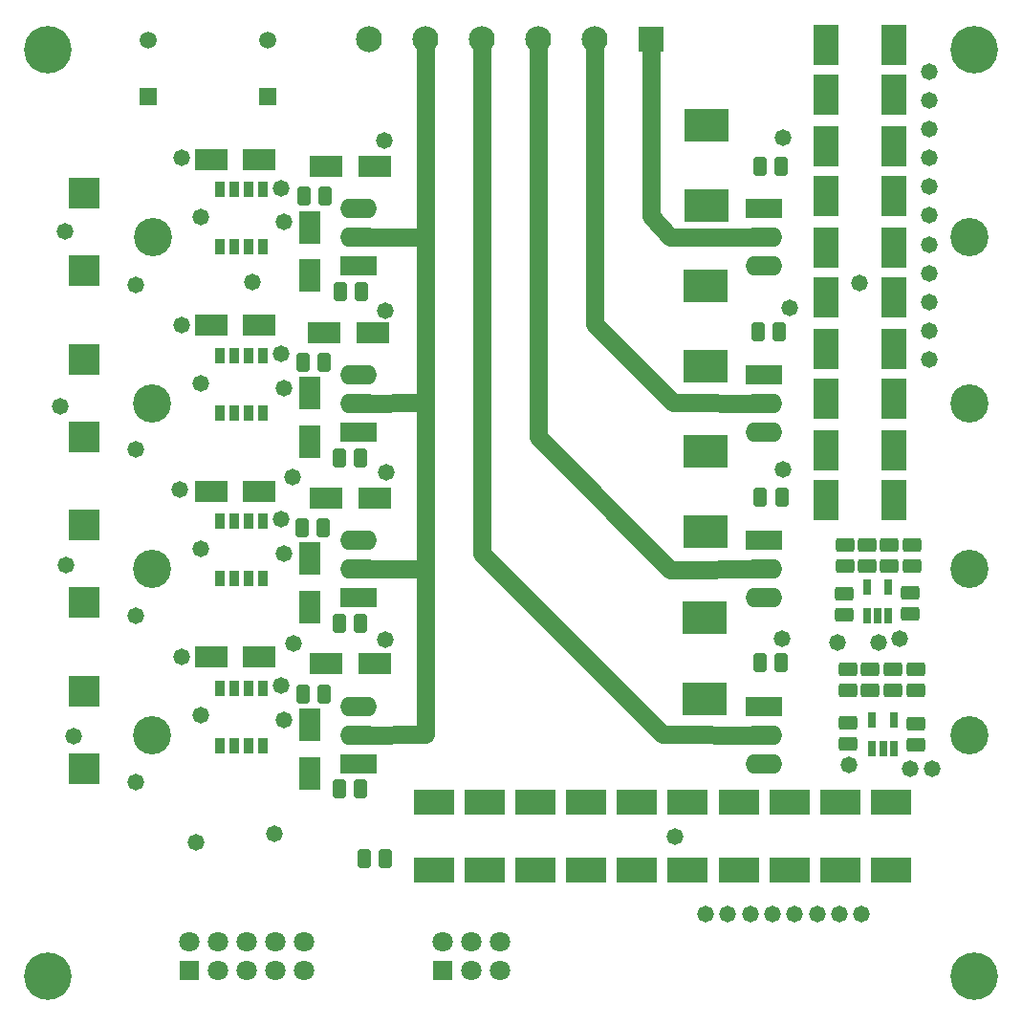
<source format=gts>
G04*
G04 #@! TF.GenerationSoftware,Altium Limited,Altium Designer,20.0.13 (296)*
G04*
G04 Layer_Color=8388736*
%FSLAX44Y44*%
%MOMM*%
G71*
G01*
G75*
%ADD16C,1.6000*%
G04:AMPARAMS|DCode=17|XSize=1.2032mm|YSize=1.6232mm|CornerRadius=0.2266mm|HoleSize=0mm|Usage=FLASHONLY|Rotation=0.000|XOffset=0mm|YOffset=0mm|HoleType=Round|Shape=RoundedRectangle|*
%AMROUNDEDRECTD17*
21,1,1.2032,1.1700,0,0,0.0*
21,1,0.7500,1.6232,0,0,0.0*
1,1,0.4532,0.3750,-0.5850*
1,1,0.4532,-0.3750,-0.5850*
1,1,0.4532,-0.3750,0.5850*
1,1,0.4532,0.3750,0.5850*
%
%ADD17ROUNDEDRECTD17*%
%ADD18R,0.7932X1.4132*%
%ADD19R,0.7940X1.4140*%
%ADD20R,3.6032X2.2032*%
G04:AMPARAMS|DCode=21|XSize=1.2032mm|YSize=1.6232mm|CornerRadius=0.2266mm|HoleSize=0mm|Usage=FLASHONLY|Rotation=90.000|XOffset=0mm|YOffset=0mm|HoleType=Round|Shape=RoundedRectangle|*
%AMROUNDEDRECTD21*
21,1,1.2032,1.1700,0,0,90.0*
21,1,0.7500,1.6232,0,0,90.0*
1,1,0.4532,0.5850,0.3750*
1,1,0.4532,0.5850,-0.3750*
1,1,0.4532,-0.5850,-0.3750*
1,1,0.4532,-0.5850,0.3750*
%
%ADD21ROUNDEDRECTD21*%
%ADD22R,2.2032X3.6032*%
%ADD23R,4.0132X2.9972*%
%ADD24R,2.8532X1.9532*%
%ADD25R,1.9532X2.8532*%
%ADD26R,2.7032X2.8032*%
%ADD27R,0.8382X1.4732*%
%ADD28C,3.3782*%
%ADD29O,3.2512X1.7272*%
%ADD30R,3.2512X1.7272*%
%ADD31C,1.8082*%
%ADD32R,1.8082X1.8082*%
%ADD33R,2.3032X2.3032*%
%ADD34C,2.3032*%
%ADD35R,1.5200X1.5200*%
%ADD36C,1.5200*%
%ADD37C,1.4732*%
%ADD38C,4.2032*%
D16*
X574000Y712838D02*
X591081Y694250D01*
X673840Y694100D01*
X315060Y693980D02*
X371750Y694000D01*
X314940Y547203D02*
X373500Y547750D01*
X314940Y400307D02*
X373500Y400500D01*
X314940Y253410D02*
X374250Y254000D01*
X374000Y869250D02*
X374250Y254000D01*
X424000Y414250D02*
Y869250D01*
Y414250D02*
X426750Y411500D01*
X584250Y253500D01*
X673840Y253410D01*
X591250Y399750D02*
X673840Y400307D01*
X474250Y517500D02*
X591250Y399750D01*
X474000Y869250D02*
X474250Y517500D01*
X524000Y617000D02*
Y869250D01*
Y617000D02*
X593500Y547750D01*
X673840Y547203D01*
X574000Y712838D02*
Y869250D01*
D17*
X689350Y317000D02*
D03*
X670650D02*
D03*
X689100Y757250D02*
D03*
X670400D02*
D03*
X687850Y610500D02*
D03*
X669150D02*
D03*
X338600Y143500D02*
D03*
X319900D02*
D03*
X689600Y464000D02*
D03*
X670900D02*
D03*
X284100Y289500D02*
D03*
X265400D02*
D03*
X283850Y436500D02*
D03*
X265150D02*
D03*
X284100Y583250D02*
D03*
X265400D02*
D03*
X285600Y730250D02*
D03*
X266900D02*
D03*
X316850Y205250D02*
D03*
X298150D02*
D03*
X316600Y352250D02*
D03*
X297900D02*
D03*
X316850Y499000D02*
D03*
X298150D02*
D03*
X317600Y646250D02*
D03*
X298900D02*
D03*
D18*
X770000Y266600D02*
D03*
X789000D02*
D03*
X765250Y384300D02*
D03*
X784250D02*
D03*
D19*
X789000Y241500D02*
D03*
X779500D02*
D03*
X770000D02*
D03*
X784250Y359200D02*
D03*
X774750D02*
D03*
X765250D02*
D03*
D20*
X381530Y193750D02*
D03*
Y133750D02*
D03*
X426500Y193750D02*
D03*
Y133750D02*
D03*
X471750Y193750D02*
D03*
Y133750D02*
D03*
X516750Y193750D02*
D03*
Y133750D02*
D03*
X561500Y193750D02*
D03*
Y133750D02*
D03*
X606500Y193750D02*
D03*
Y133750D02*
D03*
X651500Y193750D02*
D03*
Y133750D02*
D03*
X696500Y193750D02*
D03*
Y133750D02*
D03*
X741750Y193750D02*
D03*
Y133750D02*
D03*
X786750Y193750D02*
D03*
Y133750D02*
D03*
D21*
X808893Y263311D02*
D03*
Y244611D02*
D03*
X748050Y264176D02*
D03*
Y245476D02*
D03*
X808250Y292900D02*
D03*
Y311600D02*
D03*
X788250D02*
D03*
Y292900D02*
D03*
X768250D02*
D03*
Y311600D02*
D03*
X748250D02*
D03*
Y292900D02*
D03*
X803750Y379100D02*
D03*
Y360400D02*
D03*
X745250Y378350D02*
D03*
Y359650D02*
D03*
X805250Y403150D02*
D03*
Y421850D02*
D03*
X785250D02*
D03*
Y403150D02*
D03*
X765500D02*
D03*
Y421850D02*
D03*
X746250D02*
D03*
Y403150D02*
D03*
D22*
X789360Y864750D02*
D03*
X729360D02*
D03*
X789360Y820000D02*
D03*
X729360D02*
D03*
X789360Y775000D02*
D03*
X729360D02*
D03*
X789360Y730250D02*
D03*
X729360D02*
D03*
X789360Y685250D02*
D03*
X729360D02*
D03*
X789360Y640500D02*
D03*
X729360D02*
D03*
X789360Y595500D02*
D03*
X729360D02*
D03*
X789360Y550750D02*
D03*
X729360D02*
D03*
X789360Y505750D02*
D03*
X729360D02*
D03*
X789360Y460950D02*
D03*
X729360D02*
D03*
D23*
X623500Y793250D02*
D03*
Y721880D02*
D03*
X622000Y650935D02*
D03*
Y579565D02*
D03*
X622500Y504935D02*
D03*
Y433565D02*
D03*
X621750Y356935D02*
D03*
Y285565D02*
D03*
D24*
X329380Y316430D02*
D03*
X286380D02*
D03*
X329380Y463327D02*
D03*
X286380D02*
D03*
X327750Y609250D02*
D03*
X284750D02*
D03*
X329000Y756750D02*
D03*
X286000D02*
D03*
X184130Y322180D02*
D03*
X227130D02*
D03*
X184130Y469077D02*
D03*
X227130D02*
D03*
X184130Y615973D02*
D03*
X227130D02*
D03*
X184250Y762750D02*
D03*
X227250D02*
D03*
D25*
X271880Y262430D02*
D03*
Y219430D02*
D03*
Y409327D02*
D03*
Y366327D02*
D03*
Y556223D02*
D03*
Y513223D02*
D03*
X272000Y703000D02*
D03*
Y660000D02*
D03*
D26*
X71630Y292180D02*
D03*
Y223580D02*
D03*
Y439077D02*
D03*
Y370477D02*
D03*
Y585973D02*
D03*
Y517373D02*
D03*
X71750Y732750D02*
D03*
Y664150D02*
D03*
D27*
X191800Y243950D02*
D03*
X204500D02*
D03*
X217200D02*
D03*
X229900D02*
D03*
Y294750D02*
D03*
X217200D02*
D03*
X204500D02*
D03*
X191800D02*
D03*
X192030Y391777D02*
D03*
X204730D02*
D03*
X217430D02*
D03*
X230130D02*
D03*
Y442577D02*
D03*
X217430D02*
D03*
X204730D02*
D03*
X192030D02*
D03*
Y538673D02*
D03*
X204730D02*
D03*
X217430D02*
D03*
X230130D02*
D03*
Y589473D02*
D03*
X217430D02*
D03*
X204730D02*
D03*
X192030D02*
D03*
X192150Y685450D02*
D03*
X204850D02*
D03*
X217550D02*
D03*
X230250D02*
D03*
Y736250D02*
D03*
X217550D02*
D03*
X204850D02*
D03*
X192150D02*
D03*
D28*
X856340Y253410D02*
D03*
Y400307D02*
D03*
Y547203D02*
D03*
Y694100D02*
D03*
X132440Y253410D02*
D03*
Y400307D02*
D03*
Y547203D02*
D03*
X132560Y693980D02*
D03*
D29*
X673840Y228010D02*
D03*
Y253410D02*
D03*
Y374907D02*
D03*
Y400307D02*
D03*
Y521803D02*
D03*
Y547203D02*
D03*
Y668700D02*
D03*
Y694100D02*
D03*
X314940Y278810D02*
D03*
Y253410D02*
D03*
Y425707D02*
D03*
Y400307D02*
D03*
Y572603D02*
D03*
Y547203D02*
D03*
X315060Y719380D02*
D03*
Y693980D02*
D03*
D30*
X673840Y278810D02*
D03*
Y425707D02*
D03*
Y572603D02*
D03*
Y719500D02*
D03*
X314940Y228010D02*
D03*
Y374907D02*
D03*
Y521803D02*
D03*
X315060Y668580D02*
D03*
D31*
X266800Y70150D02*
D03*
Y44750D02*
D03*
X241400Y70150D02*
D03*
Y44750D02*
D03*
X216000Y70150D02*
D03*
Y44750D02*
D03*
X190600Y70150D02*
D03*
Y44750D02*
D03*
X165200Y70150D02*
D03*
X440050D02*
D03*
Y44750D02*
D03*
X414650Y70150D02*
D03*
Y44750D02*
D03*
X389250Y70150D02*
D03*
D32*
X165200Y44750D02*
D03*
X389250D02*
D03*
D33*
X574000Y869250D02*
D03*
D34*
X524000D02*
D03*
X474000D02*
D03*
X424000D02*
D03*
X374000D02*
D03*
X324000D02*
D03*
D35*
X234500Y819000D02*
D03*
X128500D02*
D03*
D36*
X234500Y869000D02*
D03*
X128500D02*
D03*
D37*
X820000Y585500D02*
D03*
Y611050D02*
D03*
Y636600D02*
D03*
Y662150D02*
D03*
Y687700D02*
D03*
Y713250D02*
D03*
Y738800D02*
D03*
Y764350D02*
D03*
Y789900D02*
D03*
Y815450D02*
D03*
Y841000D02*
D03*
X760500Y94750D02*
D03*
X740750D02*
D03*
X721000D02*
D03*
X701250D02*
D03*
X681500D02*
D03*
X661750D02*
D03*
X642000D02*
D03*
X622250D02*
D03*
X171250Y158250D02*
D03*
X62500Y252250D02*
D03*
X56000Y403500D02*
D03*
X50750Y544500D02*
D03*
X55000Y699500D02*
D03*
X240250Y166250D02*
D03*
X257250Y334250D02*
D03*
X256750Y481500D02*
D03*
X221250Y654250D02*
D03*
X690250Y338750D02*
D03*
X338000Y779750D02*
D03*
X338500Y338000D02*
D03*
X339750Y485750D02*
D03*
X338250Y629000D02*
D03*
X749500Y227250D02*
D03*
X158250Y764500D02*
D03*
Y322500D02*
D03*
X156250Y470250D02*
D03*
X158000Y616500D02*
D03*
X739250Y335000D02*
D03*
X775250Y335500D02*
D03*
X822750Y223500D02*
D03*
X803250Y223250D02*
D03*
X595250Y163500D02*
D03*
X793750Y338500D02*
D03*
X758750Y653500D02*
D03*
X117630Y358577D02*
D03*
Y506390D02*
D03*
X117750Y652250D02*
D03*
X697000Y631250D02*
D03*
X246130Y297180D02*
D03*
X248880Y266930D02*
D03*
X175520Y271180D02*
D03*
X117630Y211680D02*
D03*
X691130Y488327D02*
D03*
X246130Y444077D02*
D03*
X248880Y413827D02*
D03*
X175520Y418077D02*
D03*
X246130Y590973D02*
D03*
X248880Y560723D02*
D03*
X175520Y564973D02*
D03*
X175640Y711750D02*
D03*
X249000Y707500D02*
D03*
X246250Y737750D02*
D03*
X691250Y782000D02*
D03*
D38*
X40000Y40000D02*
D03*
X860000D02*
D03*
Y860000D02*
D03*
X40000D02*
D03*
M02*

</source>
